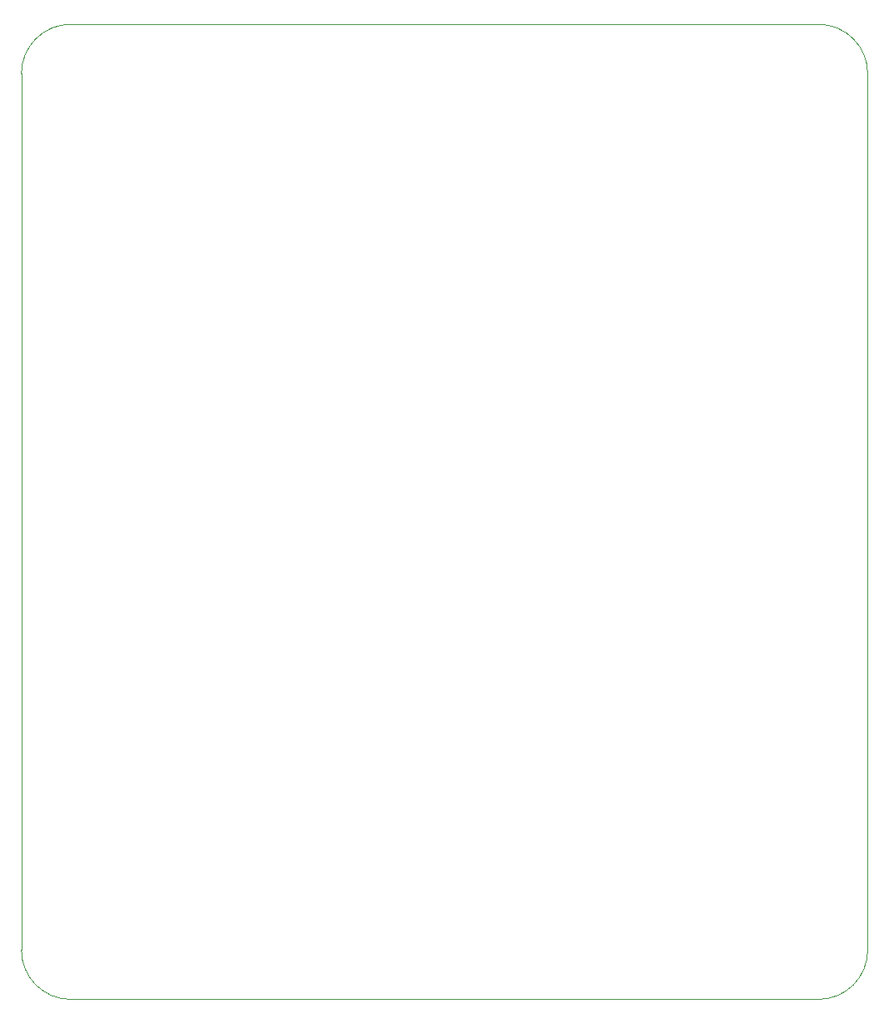
<source format=gbr>
G04 #@! TF.GenerationSoftware,KiCad,Pcbnew,(5.1.2)-2*
G04 #@! TF.CreationDate,2022-02-01T22:26:33+01:00*
G04 #@! TF.ProjectId,PDM,50444d2e-6b69-4636-9164-5f7063625858,rev?*
G04 #@! TF.SameCoordinates,Original*
G04 #@! TF.FileFunction,Profile,NP*
%FSLAX46Y46*%
G04 Gerber Fmt 4.6, Leading zero omitted, Abs format (unit mm)*
G04 Created by KiCad (PCBNEW (5.1.2)-2) date 2022-02-01 22:26:33*
%MOMM*%
%LPD*%
G04 APERTURE LIST*
%ADD10C,0.050000*%
G04 APERTURE END LIST*
D10*
X74000000Y-80000000D02*
X74000000Y-118000000D01*
X79000000Y-123000000D02*
G75*
G02X74000000Y-118000000I0J5000000D01*
G01*
X160000000Y-118000000D02*
G75*
G02X155000000Y-123000000I-5000000J0D01*
G01*
X155000000Y-24000000D02*
G75*
G02X160000000Y-29000000I0J-5000000D01*
G01*
X74000000Y-29000000D02*
G75*
G02X79000000Y-24000000I5000000J0D01*
G01*
X155000000Y-123000000D02*
X79000000Y-123000000D01*
X160000000Y-29000000D02*
X160000000Y-118000000D01*
X79000000Y-24000000D02*
X155000000Y-24000000D01*
X74000000Y-80000000D02*
X74000000Y-29000000D01*
M02*

</source>
